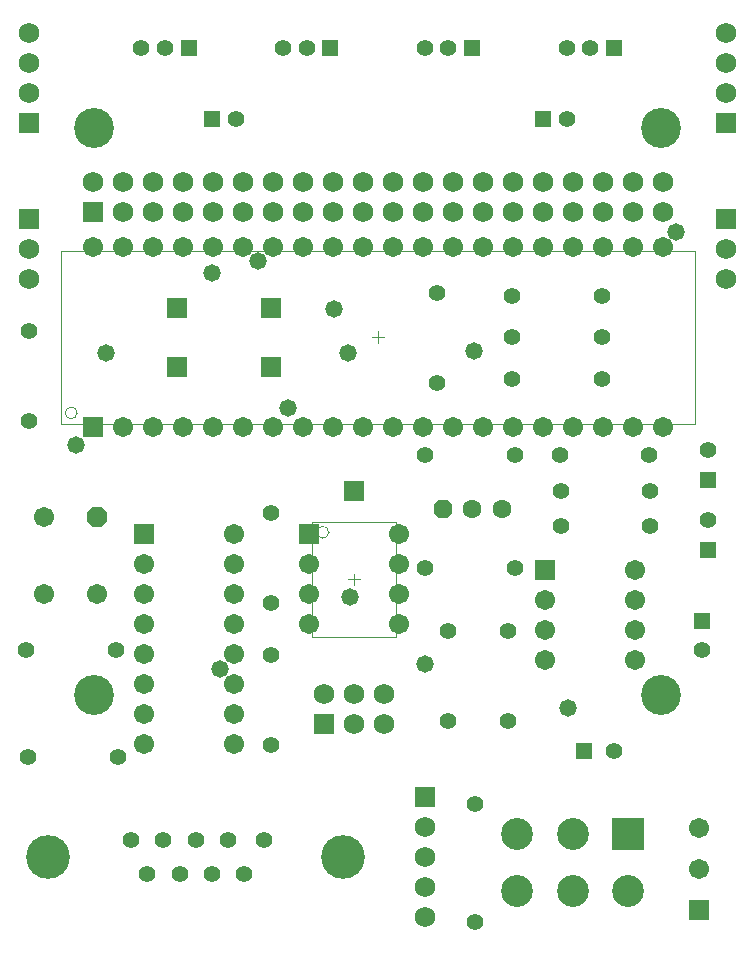
<source format=gbs>
%FSLAX23Y23*%
%MOMM*%
%SFA1B1*%

%IPPOS*%
%AMD52*
4,1,8,-0.332740,0.802640,-0.802640,0.332740,-0.802640,-0.332740,-0.332740,-0.802640,0.332740,-0.802640,0.802640,-0.332740,0.802640,0.332740,0.332740,0.802640,-0.332740,0.802640,0.0*
%
%AMD53*
4,1,8,-0.850900,-0.353060,-0.353060,-0.850900,0.353060,-0.850900,0.850900,-0.353060,0.850900,0.353060,0.353060,0.850900,-0.353060,0.850900,-0.850900,0.353060,-0.850900,-0.353060,0.0*
%
%ADD12C,0.100000*%
%ADD36C,1.727197*%
%ADD37R,1.727197X1.727197*%
%ADD38R,1.727197X1.727197*%
%ADD39C,1.403197*%
%ADD40C,3.378193*%
%ADD41R,1.703197X1.703197*%
%ADD42C,1.703197*%
%ADD43R,1.403197X1.403197*%
%ADD44R,1.703197X1.703197*%
%ADD45C,1.703197*%
%ADD46C,2.703195*%
%ADD47R,2.703195X2.703195*%
%ADD48C,3.703193*%
%ADD49R,1.403197X1.403197*%
%ADD50R,1.703197X1.703197*%
%ADD51C,1.603197*%
G04~CAMADD=52~4~0.0~0.0~631.2~631.2~0.0~184.9~0~0.0~0.0~0.0~0.0~0~0.0~0.0~0.0~0.0~0~0.0~0.0~0.0~45.0~631.2~631.2*
%ADD52D52*%
G04~CAMADD=53~4~0.0~0.0~670.5~670.5~0.0~196.4~0~0.0~0.0~0.0~0.0~0~0.0~0.0~0.0~0.0~0~0.0~0.0~0.0~135.0~670.5~670.5*
%ADD53D53*%
%ADD54C,1.473197*%
G54D12*
X104549Y123099D02*
D01*
D01*
G75*
G03X103549I-499J0D01*
G74*G01*
D01*
G75*
G03X104549I500J0D01*
G74*G01*
X125849Y112999D02*
D01*
D01*
G75*
G03X124849I-499J0D01*
G74*G01*
D01*
G75*
G03X125849I500J0D01*
G74*G01*
X103149Y122199D02*
X156849D01*
X103149Y136799D02*
X156849D01*
X103149Y122199D02*
Y136799D01*
X156849Y122199D02*
Y136799D01*
X124449Y104099D02*
Y113899D01*
X131549Y104099D02*
Y113899D01*
X124449D02*
X131549D01*
X124449Y104099D02*
X131549D01*
X129999Y128999D02*
Y129999D01*
X129499Y129499D02*
X130499D01*
X127499Y108999D02*
X128499D01*
X127999Y108499D02*
Y109499D01*
G54D36*
X100499Y134459D03*
Y136999D03*
X130539Y96729D03*
X127999D03*
X130539Y99269D03*
X127999D03*
X125459D03*
X133999Y88039D03*
Y85499D03*
Y82959D03*
Y80419D03*
X154129Y140129D03*
X151589D03*
X149049D03*
X146509D03*
X143969D03*
X141429D03*
X138889D03*
X136349D03*
X133809D03*
X131269D03*
X128729D03*
X126189D03*
X123649D03*
X121109D03*
X118569D03*
X116029D03*
X113489D03*
X110949D03*
X108409D03*
X154129Y142669D03*
X151589D03*
X149049D03*
X146509D03*
X143969D03*
X141429D03*
X138889D03*
X136349D03*
X133809D03*
X131269D03*
X128729D03*
X126189D03*
X123649D03*
X121109D03*
X118569D03*
X116029D03*
X113489D03*
X110949D03*
X108409D03*
X105869D03*
X159499Y155309D03*
Y150229D03*
Y152769D03*
X100499Y155309D03*
Y150229D03*
Y152769D03*
X159499Y136999D03*
Y134459D03*
G54D37*
X100499Y139539D03*
X133999Y90579D03*
X159499Y147689D03*
X100499D03*
X159499Y139539D03*
G54D38*
X125459Y96729D03*
X105869Y140129D03*
G54D39*
X120999Y106999D03*
Y114599D03*
X107999Y93999D03*
X100399D03*
X120999Y94999D03*
Y102599D03*
X138249Y79999D03*
Y89999D03*
X157999Y113999D03*
Y119999D03*
X140999Y96999D03*
Y104599D03*
X145499Y116499D03*
X153099D03*
X152999Y119499D03*
X145399D03*
X133999Y109999D03*
X141599D03*
Y119499D03*
X133999D03*
X157499Y102999D03*
X153099Y113499D03*
X145499D03*
X114599Y86919D03*
X111859D03*
X109119D03*
X117339D03*
X120379D03*
X110489Y84079D03*
X113229D03*
X115969D03*
X118709D03*
X117999Y147999D03*
X121999Y153999D03*
X123999D03*
X133999D03*
X135999D03*
X145999Y147999D03*
X107849Y102999D03*
X100249D03*
X135999Y96999D03*
Y104599D03*
X149999Y94499D03*
X134999Y133249D03*
Y125649D03*
X141399Y132999D03*
X148999D03*
X141399Y129499D03*
X148999D03*
Y125999D03*
X141399D03*
X100499Y122399D03*
Y129999D03*
X109999Y153999D03*
X111999D03*
X145999D03*
X147999D03*
G54D40*
X105999Y147199D03*
X153999Y99199D03*
X105999D03*
X153999Y147199D03*
G54D41*
X105869Y121879D03*
X157249Y80999D03*
G54D42*
X108409Y121879D03*
X110949D03*
X113489D03*
X116029D03*
X118569D03*
X121109D03*
X123649D03*
X126189D03*
X128729D03*
X131269D03*
X133809D03*
X136349D03*
X138889D03*
X141429D03*
X143969D03*
X146509D03*
X149049D03*
X151589D03*
X154129D03*
X105869Y137119D03*
X108409D03*
X110949D03*
X113489D03*
X116029D03*
X118569D03*
X121109D03*
X123649D03*
X126189D03*
X128729D03*
X131269D03*
X133809D03*
X136349D03*
X138889D03*
X141429D03*
X143969D03*
X146509D03*
X149049D03*
X151589D03*
X154129D03*
X157249Y87999D03*
Y84499D03*
X124189Y110269D03*
Y107729D03*
Y105189D03*
X131809Y112809D03*
Y110269D03*
Y107729D03*
Y105189D03*
X101749Y107749D03*
X106249D03*
X101749Y114249D03*
G54D43*
X157999Y111459D03*
Y117459D03*
X157499Y105499D03*
G54D44*
X144189Y109809D03*
X110189Y112889D03*
G54D45*
X144189Y107269D03*
Y104729D03*
Y102189D03*
X151809Y109809D03*
Y107269D03*
Y104729D03*
Y102189D03*
X117809Y95109D03*
Y97649D03*
Y100189D03*
Y102729D03*
Y105269D03*
Y107809D03*
Y110349D03*
Y112889D03*
X110189Y95109D03*
Y97649D03*
Y100189D03*
Y102729D03*
Y105269D03*
Y107809D03*
Y110349D03*
G54D46*
X141799Y87414D03*
Y82584D03*
X151199D03*
X146499Y87414D03*
Y82584D03*
G54D47*
X151199Y87414D03*
G54D48*
X102099Y85499D03*
X127099D03*
G54D49*
X115999Y147999D03*
X125999Y153999D03*
X137999D03*
X143999Y147999D03*
X147499Y94499D03*
X113999Y153999D03*
X149999D03*
G54D50*
X127999Y116499D03*
X112999Y126999D03*
Y131999D03*
X120999D03*
Y126999D03*
X124189Y112809D03*
G54D51*
X140499Y114999D03*
X137999D03*
G54D52*
X135499Y114999D03*
G54D53*
X106249Y114249D03*
G54D54*
X155295Y138455D03*
X116662Y101396D03*
X138175Y128320D03*
X134035Y101828D03*
X126314Y131902D03*
X127482Y128207D03*
X146126Y98120D03*
X122377Y123494D03*
X107035Y128168D03*
X127685Y107492D03*
X104419Y120395D03*
X119837Y135991D03*
X115950Y134950D03*
M02*
</source>
